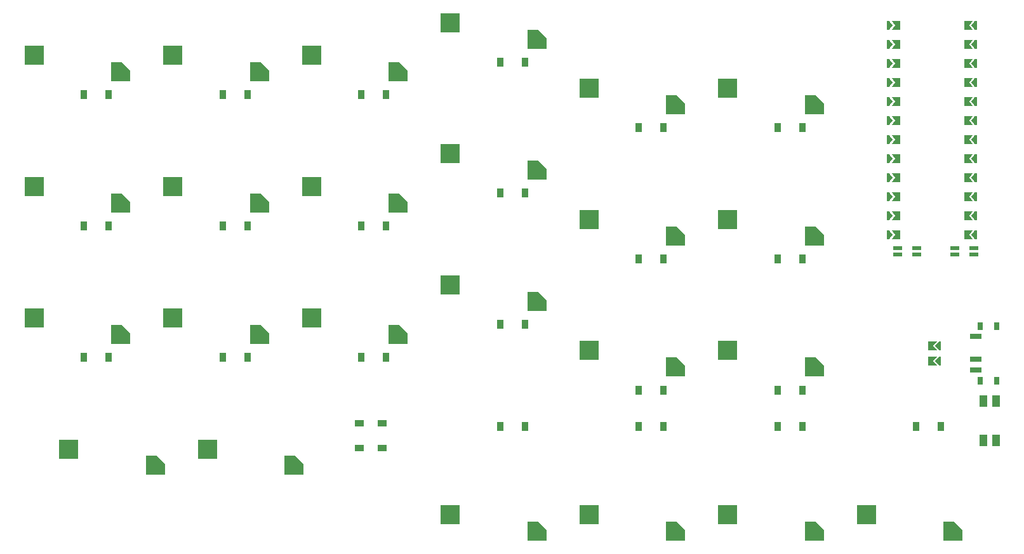
<source format=gbr>
%TF.GenerationSoftware,KiCad,Pcbnew,8.0.7*%
%TF.CreationDate,2025-01-06T08:36:51-06:00*%
%TF.ProjectId,omega_pcb_mbx_v0.3,6f6d6567-615f-4706-9362-5f6d62785f76,v1.0.0*%
%TF.SameCoordinates,Original*%
%TF.FileFunction,Paste,Bot*%
%TF.FilePolarity,Positive*%
%FSLAX46Y46*%
G04 Gerber Fmt 4.6, Leading zero omitted, Abs format (unit mm)*
G04 Created by KiCad (PCBNEW 8.0.7) date 2025-01-06 08:36:51*
%MOMM*%
%LPD*%
G01*
G04 APERTURE LIST*
G04 Aperture macros list*
%AMOutline5P*
0 Free polygon, 5 corners , with rotation*
0 The origin of the aperture is its center*
0 number of corners: always 5*
0 $1 to $10 corner X, Y*
0 $11 Rotation angle, in degrees counterclockwise*
0 create outline with 5 corners*
4,1,5,$1,$2,$3,$4,$5,$6,$7,$8,$9,$10,$1,$2,$11*%
%AMOutline6P*
0 Free polygon, 6 corners , with rotation*
0 The origin of the aperture is its center*
0 number of corners: always 6*
0 $1 to $12 corner X, Y*
0 $13 Rotation angle, in degrees counterclockwise*
0 create outline with 6 corners*
4,1,6,$1,$2,$3,$4,$5,$6,$7,$8,$9,$10,$11,$12,$1,$2,$13*%
%AMOutline7P*
0 Free polygon, 7 corners , with rotation*
0 The origin of the aperture is its center*
0 number of corners: always 7*
0 $1 to $14 corner X, Y*
0 $15 Rotation angle, in degrees counterclockwise*
0 create outline with 7 corners*
4,1,7,$1,$2,$3,$4,$5,$6,$7,$8,$9,$10,$11,$12,$13,$14,$1,$2,$15*%
%AMOutline8P*
0 Free polygon, 8 corners , with rotation*
0 The origin of the aperture is its center*
0 number of corners: always 8*
0 $1 to $16 corner X, Y*
0 $17 Rotation angle, in degrees counterclockwise*
0 create outline with 8 corners*
4,1,8,$1,$2,$3,$4,$5,$6,$7,$8,$9,$10,$11,$12,$13,$14,$15,$16,$1,$2,$17*%
%AMFreePoly0*
4,1,6,0.250000,0.000000,-0.250000,-0.625000,-0.500000,-0.625000,-0.500000,0.625000,-0.250000,0.625000,0.250000,0.000000,0.250000,0.000000,$1*%
%AMFreePoly1*
4,1,6,0.500000,-0.625000,-0.650000,-0.625000,-0.150000,0.000000,-0.650000,0.625000,0.500000,0.625000,0.500000,-0.625000,0.500000,-0.625000,$1*%
%AMFreePoly2*
4,1,6,0.600000,-1.000000,0.000000,-0.400000,-0.600000,-1.000000,-0.600000,0.250000,0.600000,0.250000,0.600000,-1.000000,0.600000,-1.000000,$1*%
%AMFreePoly3*
4,1,6,0.600000,-0.200000,0.600000,-0.400000,-0.600000,-0.400000,-0.600000,-0.200000,0.000000,0.400000,0.600000,-0.200000,0.600000,-0.200000,$1*%
G04 Aperture macros list end*
%ADD10R,0.900000X1.200000*%
%ADD11R,1.200000X0.900000*%
%ADD12R,1.200000X0.600000*%
%ADD13Outline5P,-1.300000X1.300000X1.300000X1.300000X1.300000X-1.300000X-0.117000X-1.300000X-1.300000X-0.117000X180.000000*%
%ADD14R,2.600000X2.600000*%
%ADD15R,1.000000X1.550000*%
%ADD16FreePoly0,180.000000*%
%ADD17FreePoly0,0.000000*%
%ADD18FreePoly1,0.000000*%
%ADD19FreePoly1,180.000000*%
%ADD20R,0.800000X1.000000*%
%ADD21R,1.500000X0.700000*%
%ADD22FreePoly2,90.000000*%
%ADD23FreePoly3,90.000000*%
G04 APERTURE END LIST*
D10*
%TO.C,D4*%
X60150000Y-89000000D03*
X56850000Y-89000000D03*
%TD*%
%TO.C,D19*%
X97150000Y-98250000D03*
X93850000Y-98250000D03*
%TD*%
%TO.C,D18*%
X134150000Y-58375000D03*
X130850000Y-58375000D03*
%TD*%
%TO.C,D10*%
X97150000Y-84625000D03*
X93850000Y-84625000D03*
%TD*%
%TO.C,D8*%
X78650000Y-71500000D03*
X75350000Y-71500000D03*
%TD*%
%TO.C,D21*%
X134150000Y-98250000D03*
X130850000Y-98250000D03*
%TD*%
%TO.C,D14*%
X115650000Y-75875000D03*
X112350000Y-75875000D03*
%TD*%
%TO.C,D15*%
X115650000Y-58375000D03*
X112350000Y-58375000D03*
%TD*%
%TO.C,D1*%
X41650000Y-89000000D03*
X38350000Y-89000000D03*
%TD*%
%TO.C,D9*%
X78650000Y-54000000D03*
X75350000Y-54000000D03*
%TD*%
%TO.C,D12*%
X97150000Y-49625000D03*
X93850000Y-49625000D03*
%TD*%
%TO.C,D20*%
X115650000Y-98250000D03*
X112350000Y-98250000D03*
%TD*%
%TO.C,D16*%
X134150000Y-93375000D03*
X130850000Y-93375000D03*
%TD*%
%TO.C,D5*%
X60150000Y-71500000D03*
X56850000Y-71500000D03*
%TD*%
%TO.C,D7*%
X78650000Y-89000000D03*
X75350000Y-89000000D03*
%TD*%
%TO.C,D22*%
X152650000Y-98250000D03*
X149350000Y-98250000D03*
%TD*%
D11*
%TO.C,D24*%
X75125000Y-97850000D03*
X75125000Y-101150000D03*
%TD*%
%TO.C,D23*%
X78125000Y-97850000D03*
X78125000Y-101150000D03*
%TD*%
D10*
%TO.C,D3*%
X41650000Y-54000000D03*
X38350000Y-54000000D03*
%TD*%
%TO.C,D17*%
X134150000Y-75875000D03*
X130850000Y-75875000D03*
%TD*%
D12*
%TO.C,DISP1*%
X157080000Y-75325000D03*
X154540000Y-75325000D03*
X149460000Y-75325000D03*
X146920000Y-75325000D03*
X157080000Y-74425000D03*
X154540000Y-74425000D03*
X149460000Y-74425000D03*
X146920000Y-74425000D03*
%TD*%
D10*
%TO.C,D6*%
X60150000Y-54000000D03*
X56850000Y-54000000D03*
%TD*%
%TO.C,D13*%
X115650000Y-93375000D03*
X112350000Y-93375000D03*
%TD*%
%TO.C,D2*%
X41650000Y-71500000D03*
X38350000Y-71500000D03*
%TD*%
%TO.C,D11*%
X97150000Y-67125000D03*
X93850000Y-67125000D03*
%TD*%
D13*
%TO.C,S7*%
X80275000Y-85950000D03*
D14*
X68725000Y-83750000D03*
%TD*%
D13*
%TO.C,S14*%
X117275000Y-72825000D03*
D14*
X105725000Y-70625000D03*
%TD*%
D15*
%TO.C,RST1*%
X160000000Y-94875000D03*
X158300000Y-94875000D03*
X160000000Y-100125000D03*
X158300000Y-100125000D03*
%TD*%
D13*
%TO.C,S4*%
X61775000Y-85950000D03*
D14*
X50225000Y-83750000D03*
%TD*%
D13*
%TO.C,S13*%
X117275000Y-90325000D03*
D14*
X105725000Y-88125000D03*
%TD*%
D13*
%TO.C,S6*%
X61775000Y-50950000D03*
D14*
X50225000Y-48750000D03*
%TD*%
D16*
%TO.C,MCU1*%
X157000000Y-44775000D03*
X157000000Y-47315000D03*
X157000000Y-49855000D03*
X157000000Y-52395000D03*
X157000000Y-54935000D03*
X157000000Y-57475000D03*
X157000000Y-60015000D03*
X157000000Y-62555000D03*
X157000000Y-65095000D03*
X157000000Y-67635000D03*
X157000000Y-70175000D03*
X157000000Y-72715000D03*
D17*
X146000000Y-72715000D03*
X146000000Y-70175000D03*
X146000000Y-67635000D03*
X146000000Y-65095000D03*
X146000000Y-62555000D03*
X146000000Y-60015000D03*
X146000000Y-57475000D03*
X146000000Y-54935000D03*
X146000000Y-52395000D03*
X146000000Y-49855000D03*
X146000000Y-47315000D03*
X146000000Y-44775000D03*
D18*
X146725000Y-44775000D03*
X146725000Y-47315000D03*
X146725000Y-49855000D03*
X146725000Y-52395000D03*
X146725000Y-54935000D03*
X146725000Y-57475000D03*
X146725000Y-60015000D03*
X146725000Y-62555000D03*
X146725000Y-65095000D03*
X146725000Y-67635000D03*
X146725000Y-70175000D03*
X146725000Y-72715000D03*
D19*
X156275000Y-72715000D03*
X156275000Y-70175000D03*
X156275000Y-67635000D03*
X156275000Y-65095000D03*
X156275000Y-62555000D03*
X156275000Y-60015000D03*
X156275000Y-57475000D03*
X156275000Y-54935000D03*
X156275000Y-52395000D03*
X156275000Y-49855000D03*
X156275000Y-47315000D03*
X156275000Y-44775000D03*
%TD*%
D13*
%TO.C,S21*%
X98775000Y-112200000D03*
D14*
X87225000Y-110000000D03*
%TD*%
D13*
%TO.C,S8*%
X80275000Y-68450000D03*
D14*
X68725000Y-66250000D03*
%TD*%
D13*
%TO.C,S16*%
X135775000Y-90325000D03*
D14*
X124225000Y-88125000D03*
%TD*%
D13*
%TO.C,S9*%
X80275000Y-50950000D03*
D14*
X68725000Y-48750000D03*
%TD*%
D13*
%TO.C,S18*%
X135775000Y-55325000D03*
D14*
X124225000Y-53125000D03*
%TD*%
D13*
%TO.C,S20*%
X66400000Y-103450000D03*
D14*
X54850000Y-101250000D03*
%TD*%
D13*
%TO.C,S11*%
X98775000Y-64075000D03*
D14*
X87225000Y-61875000D03*
%TD*%
D13*
%TO.C,S3*%
X43275000Y-50950000D03*
D14*
X31725000Y-48750000D03*
%TD*%
D13*
%TO.C,S15*%
X117275000Y-55325000D03*
D14*
X105725000Y-53125000D03*
%TD*%
D13*
%TO.C,S1*%
X43275000Y-85950000D03*
D14*
X31725000Y-83750000D03*
%TD*%
D13*
%TO.C,S2*%
X43275000Y-68450000D03*
D14*
X31725000Y-66250000D03*
%TD*%
D13*
%TO.C,S24*%
X154275000Y-112200000D03*
D14*
X142725000Y-110000000D03*
%TD*%
D13*
%TO.C,S10*%
X98775000Y-81575000D03*
D14*
X87225000Y-79375000D03*
%TD*%
D13*
%TO.C,S19*%
X47900000Y-103450000D03*
D14*
X36350000Y-101250000D03*
%TD*%
D13*
%TO.C,S17*%
X135775000Y-72825000D03*
D14*
X124225000Y-70625000D03*
%TD*%
D20*
%TO.C,PWR1*%
X157915000Y-84850000D03*
X157915000Y-92150000D03*
X160125000Y-84850000D03*
X160125000Y-92150000D03*
D21*
X157265000Y-86250000D03*
X157265000Y-89250000D03*
X157265000Y-90750000D03*
%TD*%
D13*
%TO.C,S23*%
X135775000Y-112200000D03*
D14*
X124225000Y-110000000D03*
%TD*%
D13*
%TO.C,S22*%
X117275000Y-112200000D03*
D14*
X105725000Y-110000000D03*
%TD*%
D22*
%TO.C,JST1*%
X151184000Y-89500000D03*
X151184000Y-87500000D03*
D23*
X152200000Y-87500000D03*
X152200000Y-89500000D03*
%TD*%
D13*
%TO.C,S12*%
X98775000Y-46575000D03*
D14*
X87225000Y-44375000D03*
%TD*%
D13*
%TO.C,S5*%
X61775000Y-68450000D03*
D14*
X50225000Y-66250000D03*
%TD*%
M02*

</source>
